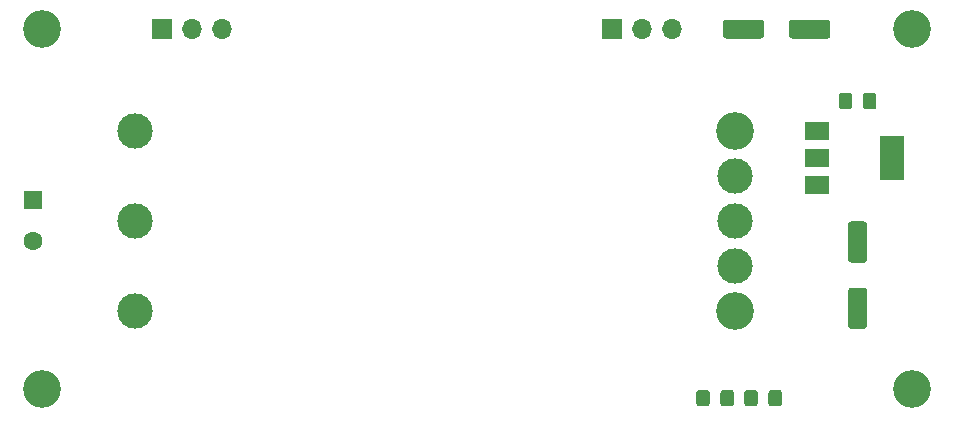
<source format=gbr>
%TF.GenerationSoftware,KiCad,Pcbnew,(5.1.12)-1*%
%TF.CreationDate,2022-03-07T22:28:19-06:00*%
%TF.ProjectId,Power_Board,506f7765-725f-4426-9f61-72642e6b6963,rev?*%
%TF.SameCoordinates,Original*%
%TF.FileFunction,Soldermask,Top*%
%TF.FilePolarity,Negative*%
%FSLAX46Y46*%
G04 Gerber Fmt 4.6, Leading zero omitted, Abs format (unit mm)*
G04 Created by KiCad (PCBNEW (5.1.12)-1) date 2022-03-07 22:28:19*
%MOMM*%
%LPD*%
G01*
G04 APERTURE LIST*
%ADD10C,3.200001*%
%ADD11R,2.000000X3.800000*%
%ADD12R,2.000000X1.500000*%
%ADD13C,3.000000*%
%ADD14C,3.200000*%
%ADD15R,1.600000X1.600000*%
%ADD16C,1.600000*%
%ADD17R,1.700000X1.700000*%
%ADD18O,1.700000X1.700000*%
G04 APERTURE END LIST*
D10*
%TO.C,REF\u002A\u002A*%
X109855000Y-75692000D03*
%TD*%
%TO.C,REF\u002A\u002A*%
X109855000Y-106172000D03*
%TD*%
%TO.C,REF\u002A\u002A*%
X183515000Y-106172000D03*
%TD*%
%TO.C,REF\u002A\u002A*%
X183515000Y-75692000D03*
%TD*%
%TO.C,C10*%
G36*
G01*
X178493000Y-81337999D02*
X178493000Y-82238001D01*
G75*
G02*
X178243001Y-82488000I-249999J0D01*
G01*
X177592999Y-82488000D01*
G75*
G02*
X177343000Y-82238001I0J249999D01*
G01*
X177343000Y-81337999D01*
G75*
G02*
X177592999Y-81088000I249999J0D01*
G01*
X178243001Y-81088000D01*
G75*
G02*
X178493000Y-81337999I0J-249999D01*
G01*
G37*
G36*
G01*
X180543000Y-81337999D02*
X180543000Y-82238001D01*
G75*
G02*
X180293001Y-82488000I-249999J0D01*
G01*
X179642999Y-82488000D01*
G75*
G02*
X179393000Y-82238001I0J249999D01*
G01*
X179393000Y-81337999D01*
G75*
G02*
X179642999Y-81088000I249999J0D01*
G01*
X180293001Y-81088000D01*
G75*
G02*
X180543000Y-81337999I0J-249999D01*
G01*
G37*
%TD*%
D11*
%TO.C,U4*%
X181839000Y-86614000D03*
D12*
X175539000Y-86614000D03*
X175539000Y-88914000D03*
X175539000Y-84314000D03*
%TD*%
D13*
%TO.C,U5*%
X117729000Y-84328000D03*
X117729000Y-91948000D03*
X117729000Y-99568000D03*
D14*
X168529000Y-99568000D03*
D13*
X168529000Y-95758000D03*
X168529000Y-91948000D03*
X168529000Y-88138000D03*
D14*
X168529000Y-84328000D03*
%TD*%
%TO.C,C9*%
G36*
G01*
X178393000Y-97570000D02*
X179493000Y-97570000D01*
G75*
G02*
X179743000Y-97820000I0J-250000D01*
G01*
X179743000Y-100820000D01*
G75*
G02*
X179493000Y-101070000I-250000J0D01*
G01*
X178393000Y-101070000D01*
G75*
G02*
X178143000Y-100820000I0J250000D01*
G01*
X178143000Y-97820000D01*
G75*
G02*
X178393000Y-97570000I250000J0D01*
G01*
G37*
G36*
G01*
X178393000Y-91970000D02*
X179493000Y-91970000D01*
G75*
G02*
X179743000Y-92220000I0J-250000D01*
G01*
X179743000Y-95220000D01*
G75*
G02*
X179493000Y-95470000I-250000J0D01*
G01*
X178393000Y-95470000D01*
G75*
G02*
X178143000Y-95220000I0J250000D01*
G01*
X178143000Y-92220000D01*
G75*
G02*
X178393000Y-91970000I250000J0D01*
G01*
G37*
%TD*%
D15*
%TO.C,C40*%
X109093000Y-90170000D03*
D16*
X109093000Y-93670000D03*
%TD*%
%TO.C,D7*%
G36*
G01*
X170492000Y-106483999D02*
X170492000Y-107384001D01*
G75*
G02*
X170242001Y-107634000I-249999J0D01*
G01*
X169591999Y-107634000D01*
G75*
G02*
X169342000Y-107384001I0J249999D01*
G01*
X169342000Y-106483999D01*
G75*
G02*
X169591999Y-106234000I249999J0D01*
G01*
X170242001Y-106234000D01*
G75*
G02*
X170492000Y-106483999I0J-249999D01*
G01*
G37*
G36*
G01*
X172542000Y-106483999D02*
X172542000Y-107384001D01*
G75*
G02*
X172292001Y-107634000I-249999J0D01*
G01*
X171641999Y-107634000D01*
G75*
G02*
X171392000Y-107384001I0J249999D01*
G01*
X171392000Y-106483999D01*
G75*
G02*
X171641999Y-106234000I249999J0D01*
G01*
X172292001Y-106234000D01*
G75*
G02*
X172542000Y-106483999I0J-249999D01*
G01*
G37*
%TD*%
%TO.C,R39*%
G36*
G01*
X166428000Y-106483999D02*
X166428000Y-107384001D01*
G75*
G02*
X166178001Y-107634000I-249999J0D01*
G01*
X165527999Y-107634000D01*
G75*
G02*
X165278000Y-107384001I0J249999D01*
G01*
X165278000Y-106483999D01*
G75*
G02*
X165527999Y-106234000I249999J0D01*
G01*
X166178001Y-106234000D01*
G75*
G02*
X166428000Y-106483999I0J-249999D01*
G01*
G37*
G36*
G01*
X168478000Y-106483999D02*
X168478000Y-107384001D01*
G75*
G02*
X168228001Y-107634000I-249999J0D01*
G01*
X167577999Y-107634000D01*
G75*
G02*
X167328000Y-107384001I0J249999D01*
G01*
X167328000Y-106483999D01*
G75*
G02*
X167577999Y-106234000I249999J0D01*
G01*
X168228001Y-106234000D01*
G75*
G02*
X168478000Y-106483999I0J-249999D01*
G01*
G37*
%TD*%
D17*
%TO.C,J5*%
X120015000Y-75692000D03*
D18*
X122555000Y-75692000D03*
X125095000Y-75692000D03*
%TD*%
%TO.C,J6*%
X163195000Y-75692000D03*
X160655000Y-75692000D03*
D17*
X158115000Y-75692000D03*
%TD*%
%TO.C,C8*%
G36*
G01*
X167535000Y-76242000D02*
X167535000Y-75142000D01*
G75*
G02*
X167785000Y-74892000I250000J0D01*
G01*
X170785000Y-74892000D01*
G75*
G02*
X171035000Y-75142000I0J-250000D01*
G01*
X171035000Y-76242000D01*
G75*
G02*
X170785000Y-76492000I-250000J0D01*
G01*
X167785000Y-76492000D01*
G75*
G02*
X167535000Y-76242000I0J250000D01*
G01*
G37*
G36*
G01*
X173135000Y-76242000D02*
X173135000Y-75142000D01*
G75*
G02*
X173385000Y-74892000I250000J0D01*
G01*
X176385000Y-74892000D01*
G75*
G02*
X176635000Y-75142000I0J-250000D01*
G01*
X176635000Y-76242000D01*
G75*
G02*
X176385000Y-76492000I-250000J0D01*
G01*
X173385000Y-76492000D01*
G75*
G02*
X173135000Y-76242000I0J250000D01*
G01*
G37*
%TD*%
M02*

</source>
